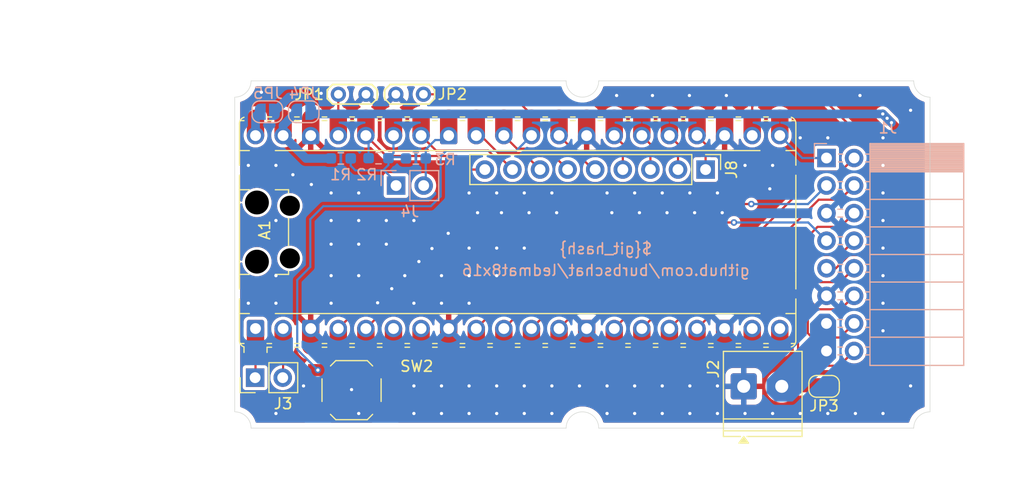
<source format=kicad_pcb>
(kicad_pcb (version 20241229) (generator "pcbnew") (generator_version "9.0")
  (layers (0 "F.Cu" signal) (2 "B.Cu" signal) (13 "F.Paste" user) (15 "B.Paste" user) (5 "F.SilkS" user "F.Silkscreen") (7 "B.SilkS" user "B.Silkscreen") (1 "F.Mask" user) (3 "B.Mask" user) (25 "Edge.Cuts" user))
  (net 0 "")
  (net 1 "GND")
  (net 2 "/LAT")
  (net 3 "/ROW1")
  (net 4 "Net-(A1-ADC_VREF)")
  (net 5 "/SOUT")
  (net 6 "/ROW3")
  (net 7 "+5V_EXT")
  (net 8 "/GPIO22")
  (net 9 "/GPIO18")
  (net 10 "/GPIO19")
  (net 11 "/PICO_RESET")
  (net 12 "/GPIO21")
  (net 13 "/ROW4")
  (net 14 "/ROW2")
  (net 15 "/ROW8")
  (net 16 "/MCU_RESET")
  (net 17 "/GPIO20")
  (net 18 "/SCLK")
  (net 19 "/GPIO28")
  (net 20 "/ROW7")
  (net 21 "/GPIO26")
  (net 22 "/UART_TX")
  (net 23 "/GPIO27")
  (net 24 "/ROW6")
  (net 25 "/GPIO15")
  (net 26 "/GPIO14")
  (net 27 "+3V3")
  (net 28 "/ROW5")
  (net 29 "/UART_RX")
  (net 30 "/BLANK")
  (net 31 "Net-(A1-AGND)")
  (net 32 "/GPIO4")
  (net 33 "/GPIO5")
  (net 34 "/VSYS")
  (net 35 "/GPIO4_1")
  (net 36 "/GPIO5_1")
  (net 37 "/VBUS")
  (net 38 "/POWER_BUS")
  (net 39 "/GPIO14_1")
  (net 40 "/GPIO15_1")
  (footprint "ledmat8x16:RaspberryPi_Pico_Common_ProbablySocketed" (layer "F.Cu") (at 151.39 69.584122 90)
    (property "Reference" "A1")
    (property "Value" "RaspberryPi_Pico")
  )
  (footprint "Connector_PinHeader_2.54mm:PinHeader_1x09_P2.54mm_Vertical" (layer "F.Cu") (at 168.69 63.824122 -90)
    (property "Reference" "J8")
    (property "Value" "Conn_01x09_Pin")
  )
  (footprint "Button_Switch_SMD:SW_SPST_SKQG_WithStem" (layer "F.Cu") (at 136.1 84.149999 180)
    (property "Reference" "SW2")
    (property "Value" "SW_Push")
  )
  (footprint "TestPoint:TestPoint_2Pads_Pitch2.54mm_Drill0.8mm" (layer "F.Cu") (at 140.177742 56.886917)
    (property "Reference" "JP2")
    (property "Value" "Jumper_2_Open")
  )
  (footprint "Jumper:SolderJumper-2_P1.3mm_Open_RoundedPad1.0x1.5mm" (layer "F.Cu") (at 179.6 83.799999 180)
    (property "Reference" "JP3")
    (property "Value" "Jumper_2_Open")
  )
  (footprint "Connector_PinHeader_2.54mm:PinHeader_1x02_P2.54mm_Vertical" (layer "F.Cu") (at 127.225 82.999999 90)
    (property "Reference" "J3")
    (property "Value" "Conn_01x02_Pin")
  )
  (footprint "TerminalBlock_Phoenix:TerminalBlock_Phoenix_PT-1,5-2-3.5-H_1x02_P3.50mm_Horizontal" (layer "F.Cu") (at 172.2 83.799999)
    (property "Reference" "J2")
    (property "Value" "Conn_01x02")
  )
  (footprint "TestPoint:TestPoint_2Pads_Pitch2.54mm_Drill0.8mm" (layer "F.Cu") (at 137.427742 56.886917 180)
    (property "Reference" "JP1")
    (property "Value" "Jumper_2_Open")
  )
  (footprint "Jumper:SolderJumper-2_P1.3mm_Open_RoundedPad1.0x1.5mm" (layer "B.Cu") (at 131.7 58.499999)
    (property "Reference" "JP4")
    (property "Value" "Jumper_2_Open")
  )
  (footprint "Jumper:SolderJumper-2_P1.3mm_Open_RoundedPad1.0x1.5mm" (layer "B.Cu") (at 128.35 58.499999)
    (property "Reference" "JP5")
    (property "Value" "Jumper_2_Open")
  )
  (footprint "Resistor_SMD:R_0603_1608Metric_Pad0.98x0.95mm_HandSolder" (layer "B.Cu") (at 142.02 62.799999)
    (property "Reference" "R3")
    (property "Value" "0")
  )
  (footprint "Resistor_SMD:R_0603_1608Metric_Pad0.98x0.95mm_HandSolder" (layer "B.Cu") (at 135.1125 62.799999)
    (property "Reference" "R1")
    (property "Value" "0")
  )
  (footprint "Connector_PinHeader_2.54mm:PinHeader_1x02_P2.54mm_Vertical" (layer "B.Cu") (at 140.2 65.299999 -90)
    (property "Reference" "J4")
    (property "Value" "Conn_01x02_Pin")
  )
  (footprint "Resistor_SMD:R_0603_1608Metric_Pad0.98x0.95mm_HandSolder" (layer "B.Cu") (at 138.5825 62.774122)
    (property "Reference" "R2")
    (property "Value" "0")
  )
  (footprint "Connector_PinSocket_2.54mm:PinSocket_2x08_P2.54mm_Horizontal" (layer "B.Cu") (at 179.82 62.76 180)
    (property "Reference" "J1")
    (property "Value" "Conn_02x08_Odd_Even")
  )
  (gr_arc (start 158.85 55.649999) (mid 158.410661 56.71066) (end 157.35 57.149999) (stroke (width 0.05)) (layer "Edge.Cuts"))
  (gr_line (start 125.35 86.149999) (end 125.35 57.149999) (stroke (width 0.05)) (layer "Edge.Cuts"))
  (gr_arc (start 157.349998 57.149999) (mid 156.289339 56.710658) (end 155.849998 55.649999) (stroke (width 0.05)) (layer "Edge.Cuts"))
  (gr_line (start 187.85 55.649999) (end 158.85 55.649999) (stroke (width 0.05)) (layer "Edge.Cuts"))
  (gr_line (start 155.85 87.649999) (end 126.85 87.649999) (stroke (width 0.05)) (layer "Edge.Cuts"))
  (gr_arc (start 126.85 55.649999) (mid 126.410661 56.71066) (end 125.35 57.149999) (stroke (width 0.05)) (layer "Edge.Cuts"))
  (gr_line (start 187.85 87.649999) (end 158.85 87.649999) (stroke (width 0.05)) (layer "Edge.Cuts"))
  (gr_arc (start 155.849999 87.649998) (mid 156.289339 86.589339) (end 157.349999 86.149998) (stroke (width 0.05)) (layer "Edge.Cuts"))
  (gr_arc (start 189.35 57.149999) (mid 188.28934 56.710659) (end 187.85 55.649999) (stroke (width 0.05)) (layer "Edge.Cuts"))
  (gr_arc (start 125.35 86.149999) (mid 126.410661 86.589339) (end 126.85 87.649999) (stroke (width 0.05)) (layer "Edge.Cuts"))
  (gr_line (start 189.35 57.149999) (end 189.35 86.149999) (stroke (width 0.05)) (layer "Edge.Cuts"))
  (gr_line (start 155.85 55.649999) (end 126.85 55.649999) (stroke (width 0.05)) (layer "Edge.Cuts"))
  (gr_arc (start 157.35 86.149999) (mid 158.410661 86.589339) (end 158.85 87.649999) (stroke (width 0.05)) (layer "Edge.Cuts"))
  (gr_arc (start 187.85 87.649999) (mid 188.28934 86.589339) (end 189.35 86.149999) (stroke (width 0.05)) (layer "Edge.Cuts"))
  (gr_text "github.com/burbschat/ledmat8x16" (at 159.5 73.699999 0) (layer "B.SilkS") (effects (font (size 1 1)) (justify bottom mirror)))
  (gr_text "${git_hash}" (at 159.5 71.699999 0) (layer "B.SilkS") (effects (font (size 1 1)) (justify bottom mirror)))
  (via (at 149.9 67.799999) (size 0.6) (drill 0.3) (layers "F.Cu" "B.Cu") (net 1))
  (via (at 126.6 63.439999) (size 0.6) (drill 0.3) (layers "F.Cu" "B.Cu") (net 1))
  (via (at 170.6 56.999999) (size 0.6) (drill 0.3) (layers "F.Cu" "B.Cu") (net 1))
  (via (at 159.62 65.979999) (size 0.6) (drill 0.3) (layers "F.Cu" "B.Cu") (net 1))
  (via (at 144.38 86.299999) (size 0.6) (drill 0.3) (layers "F.Cu" "B.Cu") (net 1))
  (via (at 136.76 70.699999) (size 0.6) (drill 0.3) (layers "F.Cu" "B.Cu") (net 1))
  (via (at 185.02 63.439999) (size 0.6) (drill 0.3) (layers "F.Cu" "B.Cu") (net 1))
  (via (at 162.16 83.759999) (size 0.6) (drill 0.3) (layers "F.Cu" "B.Cu") (net 1))
  (via (at 167.24 65.979999) (size 0.6) (drill 0.3) (layers "F.Cu" "B.Cu") (net 1))
  (via (at 136.76 65.979999) (size 0.6) (drill 0.3) (layers "F.Cu" "B.Cu") (net 1))
  (via (at 185.02 68.519999) (size 0.6) (drill 0.3) (layers "F.Cu" "B.Cu") (net 1))
  (via (at 149.46 65.979999) (size 0.6) (drill 0.3) (layers "F.Cu" "B.Cu") (net 1))
  (via (at 141.84 83.759999) (size 0.6) (drill 0.3) (layers "F.Cu" "B.Cu") (net 1))
  (via (at 160.06 67.799999) (size 0.6) (drill 0.3) (layers "F.Cu" "B.Cu") (net 1))
  (via (at 182.48 86.299999) (size 0.6) (drill 0.3) (layers "F.Cu" "B.Cu") (net 1))
  (via (at 172.32 86.299999) (size 0.6) (drill 0.3) (layers "F.Cu" "B.Cu") (net 1))
  (via (at 154.54 83.759999) (size 0.6) (drill 0.3) (layers "F.Cu" "B.Cu") (net 1))
  (via (at 139.3 70.699999) (size 0.6) (drill 0.3) (layers "F.Cu" "B.Cu") (net 1))
  (via (at 179.94 86.299999) (size 0.6) (drill 0.3) (layers "F.Cu" "B.Cu") (net 1))
  (via (at 129.14 76.139999) (size 0.6) (drill 0.3) (layers "F.Cu" "B.Cu") (net 1))
  (via (at 132.4 65.199999) (size 0.6) (drill 0.3) (layers "F.Cu" "B.Cu") (net 1))
  (via (at 185.02 76.139999) (size 0.6) (drill 0.3) (layers "F.Cu" "B.Cu") (net 1))
  (via (at 157.08 83.759999) (size 0.6) (drill 0.3) (layers "F.Cu" "B.Cu") (net 1))
  (via (at 146.92 73.599999) (size 0.6) (drill 0.3) (layers "F.Cu" "B.Cu") (net 1))
  (via (at 162.6 67.799999) (size 0.6) (drill 0.3) (layers "F.Cu" "B.Cu") (net 1))
  (via (at 185.02 60.899999) (size 0.6) (drill 0.3) (layers "F.Cu" "B.Cu") (net 1))
  (via (at 163.8 56.999999) (size 0.6) (drill 0.3) (layers "F.Cu" "B.Cu") (net 1))
  (via (at 154.98 67.799999) (size 0.6) (drill 0.3) (layers "F.Cu" "B.Cu") (net 1))
  (via (at 182.9 56.999999) (size 0.6) (drill 0.3) (layers "F.Cu" "B.Cu") (net 1))
  (via (at 136.76 86.299999) (size 0.6) (drill 0.3) (layers "F.Cu" "B.Cu") (net 1))
  (via (at 170.22 67.799999) (size 0.6) (drill 0.3) (layers "F.Cu" "B.Cu") (net 1))
  (via (at 141.84 86.299999) (size 0.6) (drill 0.3) (layers "F.Cu" "B.Cu") (net 1))
  (via (at 149.46 71.059999) (size 0.6) (drill 0.3) (layers "F.Cu" "B.Cu") (net 1))
  (via (at 162.16 86.299999) (size 0.6) (drill 0.3) (layers "F.Cu" "B.Cu") (net 1))
  (via (at 149.46 83.759999) (size 0.6) (drill 0.3) (layers "F.Cu" "B.Cu") (net 1))
  (via (at 139.3 68.519999) (size 0.6) (drill 0.3) (layers "F.Cu" "B.Cu") (net 1))
  (via (at 144.38 76.139999) (size 0.6) (drill 0.3) (layers "F.Cu" "B.Cu") (net 1))
  (via (at 141 73.599999) (size 0.6) (drill 0.3) (layers "F.Cu" "B.Cu") (net 1))
  (via (at 142.3 72.299999) (size 0.6) (drill 0.3) (layers "F.Cu" "B.Cu") (net 1))
  (via (at 134.22 73.599999) (size 0.6) (drill 0.3) (layers "F.Cu" "B.Cu") (net 1))
  (via (at 174.86 86.299999) (size 0.6) (drill 0.3) (layers "F.Cu" "B.Cu") (net 1))
  (via (at 145 69.699999) (size 0.6) (drill 0.3) (layers "F.Cu" "B.Cu") (net 1))
  (via (at 159.62 86.299999) (size 0.6) (drill 0.3) (layers "F.Cu" "B.Cu") (net 1))
  (via (at 152.44 67.799999) (size 0.6) (drill 0.3) (layers "F.Cu" "B.Cu") (net 1))
  (via (at 169.78 86.299999) (size 0.6) (drill 0.3) (layers "F.Cu" "B.Cu") (net 1))
  (via (at 136.76 73.599999) (size 0.6) (drill 0.3) (layers "F.Cu" "B.Cu") (net 1))
  (via (at 146.92 76.139999) (size 0.6) (drill 0.3) (layers "F.Cu" "B.Cu") (net 1))
  (via (at 126.6 76.139999) (size 0.6) (drill 0.3) (layers "F.Cu" "B.Cu") (net 1))
  (via (at 134.22 76.139999) (size 0.6) (drill 0.3) (layers "F.Cu" "B.Cu") (net 1))
  (via (at 146.92 65.979999) (size 0.6) (drill 0.3) (layers "F.Cu" "B.Cu") (net 1))
  (via (at 154.54 86.299999) (size 0.6) (drill 0.3) (layers "F.Cu" "B.Cu") (net 1))
  (via (at 152 83.759999) (size 0.6) (drill 0.3) (layers "F.Cu" "B.Cu") (net 1))
  (via (at 187.56 58.359999) (size 0.6) (drill 0.3) (layers "F.Cu" "B.Cu") (net 1))
  (via (at 144.38 73.599999) (size 0.6) (drill 0.3) (layers "F.Cu" "B.Cu") (net 1))
  (via (at 147.7 67.799999) (size 0.6) (drill 0.3) (layers "F.Cu" "B.Cu") (net 1))
  (via (at 185.02 65.979999) (size 0.6) (drill 0.3) (layers "F.Cu" "B.Cu") (net 1))
  (via (at 130.7 64.299999) (size 0.6) (drill 0.3) (layers "F.Cu" "B.Cu") (net 1))
  (via (at 144.38 83.759999) (size 0.6) (drill 0.3) (layers "F.Cu" "B.Cu") (net 1))
  (via (at 152 86.299999) (size 0.6) (drill 0.3) (layers "F.Cu" "B.Cu") (net 1))
  (via (at 129.14 73.599999) (size 0.6) (drill 0.3) (layers "F.Cu" "B.Cu") (net 1))
  (via (at 174.86 63.439999) (size 0.6) (drill 0.3) (layers "F.Cu" "B.Cu") (net 1))
  (via (at 152 65.979999) (size 0.6) (drill 0.3) (layers "F.Cu" "B.Cu") (net 1))
  (via (at 179.94 60.899999) (size 0.6) (drill 0.3) (layers "F.Cu" "B.Cu") (net 1))
  (via (at 149.46 86.299999) (size 0.6) (drill 0.3) (layers "F.Cu" "B.Cu") (net 1))
  (via (at 133.3 56.799999) (size 0.6) (drill 0.3) (layers "F.Cu" "B.Cu") (net 1))
  (via (at 136.76 68.519999) (size 0.6) (drill 0.3) (layers "F.Cu" "B.Cu") (net 1))
  (via (at 167.68 67.799999) (size 0.6) (drill 0.3) (layers "F.Cu" "B.Cu") (net 1))
  (via (at 167.24 83.759999) (size 0.6) (drill 0.3) (layers "F.Cu" "B.Cu") (net 1))
  (via (at 129.14 86.299999) (size 0.6) (drill 0.3) (layers "F.Cu" "B.Cu") (net 1))
  (via (at 169.78 65.979999) (size 0.6) (drill 0.3) (layers "F.Cu" "B.Cu") (net 1))
  (via (at 160.5 56.999999) (size 0.6) (drill 0.3) (layers "F.Cu" "B.Cu") (net 1))
  (via (at 172.32 63.439999) (size 0.6) (drill 0.3) (layers "F.Cu" "B.Cu") (net 1))
  (via (at 159.62 83.759999) (size 0.6) (drill 0.3) (layers "F.Cu" "B.Cu") (net 1))
  (via (at 139.8 74.799999) (size 0.6) (drill 0.3) (layers "F.Cu" "B.Cu") (net 1))
  (via (at 146.92 71.059999) (size 0.6) (drill 0.3) (layers "F.Cu" "B.Cu") (net 1))
  (via (at 169.78 83.759999) (size 0.6) (drill 0.3) (layers "F.Cu" "B.Cu") (net 1))
  (via (at 185.02 73.599999) (size 0.6) (drill 0.3) (layers "F.Cu" "B.Cu") (net 1))
  (via (at 134.22 70.699999) (size 0.6) (drill 0.3) (layers "F.Cu" "B.Cu") (net 1))
  (via (at 143.5 71.099999) (size 0.6) (drill 0.3) (layers "F.Cu" "B.Cu") (net 1))
  (via (at 185.02 78.679999) (size 0.6) (drill 0.3) (layers "F.Cu" "B.Cu") (net 1))
  (via (at 152 71.059999) (size 0.6) (drill 0.3) (layers "F.Cu" "B.Cu") (net 1))
  (via (at 164.7 83.759999) (size 0.6) (drill 0.3) (layers "F.Cu" "B.Cu") (net 1))
  (via (at 167.2 56.999999) (size 0.6) (drill 0.3) (layers "F.Cu" "B.Cu") (net 1))
  (via (at 146.92 86.299999) (size 0.6) (drill 0.3) (layers "F.Cu" "B.Cu") (net 1))
  (via (at 164.7 65.979999) (size 0.6) (drill 0.3) (layers "F.Cu" "B.Cu") (net 1))
  (via (at 141.84 68.519999) (size 0.6) (drill 0.3) (layers "F.Cu" "B.Cu") (net 1))
  (via (at 141.84 76.139999) (size 0.6) (drill 0.3) (layers "F.Cu" "B.Cu") (net 1))
  (via (at 149.46 73.599999) (size 0.6) (drill 0.3) (layers "F.Cu" "B.Cu") (net 1))
  (via (at 154.54 65.979999) (size 0.6) (drill 0.3) (layers "F.Cu" "B.Cu") (net 1))
  (via (at 136.1 84.099999) (size 0.6) (drill 0.3) (layers "F.Cu" "B.Cu") (net 1))
  (via (at 164.7 86.299999) (size 0.6) (drill 0.3) (layers "F.Cu" "B.Cu") (net 1))
  (via (at 167.24 86.299999) (size 0.6) (drill 0.3) (layers "F.Cu" "B.Cu") (net 1))
  (via (at 177.4 86.299999) (size 0.6) (drill 0.3) (layers "F.Cu" "B.Cu") (net 1))
  (via (at 129.14 63.439999) (size 0.6) (drill 0.3) (layers "F.Cu" "B.Cu") (net 1))
  (via (at 185.02 86.299999) (size 0.6) (drill 0.3) (layers "F.Cu" "B.Cu") (net 1))
  (via (at 162.16 65.979999) (size 0.6) (drill 0.3) (layers "F.Cu" "B.Cu") (net 1))
  (via (at 138.5 76.099999) (size 0.6) (drill 0.3) (layers "F.Cu" "B.Cu") (net 1))
  (via (at 127.8 56.699999) (size 0.6) (drill 0.3) (layers "F.Cu" "B.Cu") (net 1))
  (via (at 146.92 83.759999) (size 0.6) (drill 0.3) (layers "F.Cu" "B.Cu") (net 1))
  (via (at 174.6 65.599999) (size 0.6) (drill 0.3) (layers "F.Cu" "B.Cu") (net 1))
  (via (at 165.14 67.799999) (size 0.6) (drill 0.3) (layers "F.Cu" "B.Cu") (net 1))
  (via (at 187.56 83.759999) (size 0.6) (drill 0.3) (layers "F.Cu" "B.Cu") (net 1))
  (via (at 134.22 65.979999) (size 0.6) (drill 0.3) (layers "F.Cu" "B.Cu") (net 1))
  (via (at 129.14 68.519999) (size 0.6) (drill 0.3) (layers "F.Cu" "B.Cu") (net 1))
  (via (at 177.4 60.899999) (size 0.6) (drill 0.3) (layers "F.Cu" "B.Cu") (net 1))
  (via (at 131.68 83.759999) (size 0.6) (drill 0.3) (layers "F.Cu" "B.Cu") (net 1))
  (via (at 185.02 71.059999) (size 0.6) (drill 0.3) (layers "F.Cu" "B.Cu") (net 1))
  (via (at 134.22 68.519999) (size 0.6) (drill 0.3) (layers "F.Cu" "B.Cu") (net 1))
  (segment (start 172.98 59.894122) (end 172.98 58.019999) (width 0.2) (layer "F.Cu") (net 2))
  (segment (start 181.9 71.699999) (end 180.679999 72.92) (width 0.2) (layer "F.Cu") (net 2))
  (segment (start 179.5 57.299999) (end 183.9 61.699999) (width 0.2) (layer "F.Cu") (net 2))
  (segment (start 172.98 58.019999) (end 173.7 57.299999) (width 0.2) (layer "F.Cu") (net 2))
  (segment (start 183.9 70.999999) (end 183.2 71.699999) (width 0.2) (layer "F.Cu") (net 2))
  (segment (start 183.9 61.699999) (end 183.9 70.999999) (width 0.2) (layer "F.Cu") (net 2))
  (segment (start 173.7 57.299999) (end 179.5 57.299999) (width 0.2) (layer "F.Cu") (net 2))
  (segment (start 183.2 71.699999) (end 181.9 71.699999) (width 0.2) (layer "F.Cu") (net 2))
  (segment (start 180.679999 72.92) (end 179.82 72.92) (width 0.2) (layer "F.Cu") (net 2))
  (segment (start 181.000001 81.899999) (end 178.7 81.899999) (width 0.2) (layer "F.Cu") (net 3))
  (segment (start 177.2 80.399999) (end 177.2 77.899999) (width 0.2) (layer "F.Cu") (net 3))
  (segment (start 169.474123 76.899999) (end 167.9 78.474122) (width 0.2) (layer "F.Cu") (net 3))
  (segment (start 177.2 77.899999) (end 176.2 76.899999) (width 0.2) (layer "F.Cu") (net 3))
  (segment (start 178.7 81.899999) (end 177.2 80.399999) (width 0.2) (layer "F.Cu") (net 3))
  (segment (start 182.36 80.54) (end 181.000001 81.899999) (width 0.2) (layer "F.Cu") (net 3))
  (segment (start 176.2 76.899999) (end 169.474123 76.899999) (width 0.2) (layer "F.Cu") (net 3))
  (segment (start 139.495 62.774122) (end 139.96 62.309122) (width 0.2) (layer "B.Cu") (net 4))
  (segment (start 141.0575 62.674122) (end 139.595 62.674122) (width 0.2) (layer "B.Cu") (net 4))
  (segment (start 139.495 62.774122) (end 139.495 63.404999) (width 0.2) (layer "B.Cu") (net 4))
  (segment (start 139 63.899999) (end 136.45 63.899999) (width 0.2) (layer "B.Cu") (net 4))
  (segment (start 139.595 62.674122) (end 139.495 62.774122) (width 0.2) (layer "B.Cu") (net 4))
  (segment (start 136.025 63.474999) (end 136.45 63.899999) (width 0.2) (layer "B.Cu") (net 4))
  (segment (start 139.1 63.899999) (end 140.2 64.999999) (width 0.2) (layer "B.Cu") (net 4))
  (segment (start 139.96 62.309122) (end 139.96 60.694122) (width 0.2) (layer "B.Cu") (net 4))
  (segment (start 139.495 63.404999) (end 139 63.899999) (width 0.2) (layer "B.Cu") (net 4))
  (segment (start 141.1075 62.799999) (end 141.1075 62.724122) (width 0.2) (layer "B.Cu") (net 4))
  (segment (start 140.2 64.999999) (end 140.2 65.299999) (width 0.2) (layer "B.Cu") (net 4))
  (segment (start 139 63.899999) (end 139.1 63.899999) (width 0.2) (layer "B.Cu") (net 4))
  (segment (start 141.1075 62.724122) (end 141.0575 62.674122) (width 0.2) (layer "B.Cu") (net 4))
  (segment (start 136.025 63.474999) (end 136.025 62.799999) (width 0.2) (layer "B.Cu") (net 4))
  (segment (start 146.354123 66.999999) (end 172.9 66.999999) (width 0.2) (layer "F.Cu") (net 5))
  (segment (start 134.88 78.474122) (end 146.354123 66.999999) (width 0.2) (layer "F.Cu") (net 5))
  (via (at 172.9 66.999999) (size 0.6) (drill 0.3) (layers "F.Cu" "B.Cu") (net 5))
  (segment (start 179.82 65.3) (end 178.120001 66.999999) (width 0.2) (layer "B.Cu") (net 5))
  (segment (start 178.120001 66.999999) (end 172.9 66.999999) (width 0.2) (layer "B.Cu") (net 5))
  (segment (start 182.36 75.46) (end 181.120001 76.699999) (width 0.2) (layer "F.Cu") (net 6))
  (segment (start 166.194123 75.099999) (end 162.82 78.474122) (width 0.2) (layer "F.Cu") (net 6))
  (segment (start 177.5 75.099999) (end 166.194123 75.099999) (width 0.2) (layer "F.Cu") (net 6))
  (segment (start 181.120001 76.699999) (end 179.1 76.699999) (width 0.2) (layer "F.Cu") (net 6))
  (segment (start 179.1 76.699999) (end 177.5 75.099999) (width 0.2) (layer "F.Cu") (net 6))
  (segment (start 178.95 83.799999) (end 175.7 83.799999) (width 1.1) (layer "F.Cu") (net 7))
  (segment (start 155.2 60.694122) (end 158.33 63.824122) (width 0.2) (layer "F.Cu") (net 8))
  (segment (start 158.33 63.824122) (end 158.53 63.824122) (width 0.2) (layer "F.Cu") (net 8))
  (segment (start 155.2 60.694122) (end 155.2 59.894122) (width 0.2) (layer "F.Cu") (net 8))
  (segment (start 168.69 63.824122) (end 168.69 61.484122) (width 0.2) (layer "F.Cu") (net 9))
  (segment (start 168.69 61.484122) (end 167.9 60.694122) (width 0.2) (layer "F.Cu") (net 9))
  (segment (start 167.9 59.894122) (end 167.9 60.694122) (width 0.2) (layer "F.Cu") (net 9))
  (segment (start 166.15 63.824122) (end 166.15 61.484122) (width 0.2) (layer "F.Cu") (net 10))
  (segment (start 166.15 61.484122) (end 165.36 60.694122) (width 0.2) (layer "F.Cu") (net 10))
  (segment (start 165.36 59.894122) (end 165.36 60.694122) (width 0.2) (layer "F.Cu") (net 10))
  (segment (start 134.88 60.694122) (end 134.88 56.894659) (width 0.2) (layer "F.Cu") (net 11))
  (segment (start 134.88 56.894659) (end 134.887742 56.886917) (width 0.2) (layer "F.Cu") (net 11))
  (segment (start 134.87 60.684122) (end 134.88 60.694122) (width 0.2) (layer "F.Cu") (net 11))
  (segment (start 161.07 61.484122) (end 160.28 60.694122) (width 0.2) (layer "F.Cu") (net 12))
  (segment (start 161.07 63.824122) (end 161.07 61.484122) (width 0.2) (layer "F.Cu") (net 12))
  (segment (start 164.554123 74.199999) (end 160.28 78.474122) (width 0.2) (layer "F.Cu") (net 13))
  (segment (start 182.36 72.92) (end 181.080001 74.199999) (width 0.2) (layer "F.Cu") (net 13))
  (segment (start 181.080001 74.199999) (end 164.554123 74.199999) (width 0.2) (layer "F.Cu") (net 13))
  (segment (start 178.1 78.899999) (end 178.1 77.249999) (width 0.2) (layer "F.Cu") (net 14))
  (segment (start 182.36 78) (end 181.060001 79.299999) (width 0.2) (layer "F.Cu") (net 14))
  (segment (start 181.060001 79.299999) (end 178.5 79.299999) (width 0.2) (layer "F.Cu") (net 14))
  (segment (start 178.1 77.249999) (end 176.85 75.999999) (width 0.2) (layer "F.Cu") (net 14))
  (segment (start 176.85 75.999999) (end 167.834123 75.999999) (width 0.2) (layer "F.Cu") (net 14))
  (segment (start 178.5 79.299999) (end 178.1 78.899999) (width 0.2) (layer "F.Cu") (net 14))
  (segment (start 167.834123 75.999999) (end 165.36 78.474122) (width 0.2) (layer "F.Cu") (net 14))
  (segment (start 181.120001 63.999999) (end 179.2 63.999999) (width 0.2) (layer "F.Cu") (net 15))
  (segment (start 172.9 70.299999) (end 155.754123 70.299999) (width 0.2) (layer "F.Cu") (net 15))
  (segment (start 155.754123 70.299999) (end 147.58 78.474122) (width 0.2) (layer "F.Cu") (net 15))
  (segment (start 179.2 63.999999) (end 172.9 70.299999) (width 0.2) (layer "F.Cu") (net 15))
  (segment (start 182.36 62.76) (end 181.120001 63.999999) (width 0.2) (layer "F.Cu") (net 15))
  (segment (start 142.717742 56.886917) (end 150.786918 56.886917) (width 0.2) (layer "F.Cu") (net 16))
  (segment (start 133 82.299999) (end 139.2 82.299999) (width 0.2) (layer "F.Cu") (net 16))
  (segment (start 150.786918 56.886917) (end 152.66 58.759999) (width 0.2) (layer "F.Cu") (net 16))
  (segment (start 152.66 58.759999) (end 152.66 59.894122) (width 0.2) (layer "F.Cu") (net 16))
  (via (at 133 82.299999) (size 0.6) (drill 0.3) (layers "F.Cu" "B.Cu") (net 16))
  (segment (start 131.1 73.999999) (end 131.1 80.399999) (width 0.2) (layer "B.Cu") (net 16))
  (segment (start 152.66 60.694122) (end 151.254123 62.099999) (width 0.2) (layer "B.Cu") (net 16))
  (segment (start 144.3 66.299999) (end 143.4 67.199999) (width 0.2) (layer "B.Cu") (net 16))
  (segment (start 151.254123 62.099999) (end 144.8 62.099999) (width 0.2) (layer "B.Cu") (net 16))
  (segment (start 132.3 68.399999) (end 132.3 72.799999) (width 0.2) (layer "B.Cu") (net 16))
  (segment (start 131.1 80.399999) (end 133 82.299999) (width 0.2) (layer "B.Cu") (net 16))
  (segment (start 133.5 67.199999) (end 132.3 68.399999) (width 0.2) (layer "B.Cu") (net 16))
  (segment (start 132.3 72.799999) (end 131.1 73.999999) (width 0.2) (layer "B.Cu") (net 16))
  (segment (start 144.3 62.599999) (end 144.3 66.299999) (width 0.2) (layer "B.Cu") (net 16))
  (segment (start 143.4 67.199999) (end 133.5 67.199999) (width 0.2) (layer "B.Cu") (net 16))
  (segment (start 144.8 62.099999) (end 144.3 62.599999) (width 0.2) (layer "B.Cu") (net 16))
  (segment (start 163.61 63.824122) (end 163.61 61.484122) (width 0.2) (layer "F.Cu") (net 17))
  (segment (start 163.61 61.484122) (end 162.82 60.694122) (width 0.2) (layer "F.Cu") (net 17))
  (segment (start 147.194123 68.699999) (end 171.3 68.699999) (width 0.2) (layer "F.Cu") (net 18))
  (segment (start 137.42 78.474122) (end 147.194123 68.699999) (width 0.2) (layer "F.Cu") (net 18))
  (via (at 171.3 68.699999) (size 0.6) (drill 0.3) (layers "F.Cu" "B.Cu") (net 18))
  (segment (start 179.82 70.38) (end 178.139999 68.699999) (width 0.2) (layer "B.Cu") (net 18))
  (segment (start 178.139999 68.699999) (end 171.3 68.699999) (width 0.2) (layer "B.Cu") (net 18))
  (segment (start 143.88 62.074122) (end 142.5 60.694122) (width 0.2) (layer "F.Cu") (net 19))
  (segment (start 150.91 63.824122) (end 149.885877 62.799999) (width 0.2) (layer "F.Cu") (net 19))
  (segment (start 142.5 59.894122) (end 142.5 60.694122) (width 0.2) (layer "F.Cu") (net 19))
  (segment (start 148.674123 62.074122) (end 143.88 62.074122) (width 0.2) (layer "F.Cu") (net 19))
  (segment (start 149.885877 62.799999) (end 149.4 62.799999) (width 0.2) (layer "F.Cu") (net 19))
  (segment (start 149.4 62.799999) (end 148.674123 62.074122) (width 0.2) (layer "F.Cu") (net 19))
  (segment (start 179.1 66.599999) (end 174.4 71.299999) (width 0.2) (layer "F.Cu") (net 20))
  (segment (start 182.36 65.3) (end 181.060001 66.599999) (width 0.2) (layer "F.Cu") (net 20))
  (segment (start 181.060001 66.599999) (end 179.1 66.599999) (width 0.2) (layer "F.Cu") (net 20))
  (segment (start 157.294123 71.299999) (end 150.12 78.474122) (width 0.2) (layer "F.Cu") (net 20))
  (segment (start 174.4 71.299999) (end 157.294123 71.299999) (width 0.2) (layer "F.Cu") (net 20))
  (segment (start 150.12 59.894122) (end 150.12 60.694122) (width 0.2) (layer "F.Cu") (net 21))
  (segment (start 155.99 63.824122) (end 154.065877 61.899999) (width 0.2) (layer "F.Cu") (net 21))
  (segment (start 151.325877 61.899999) (end 150.12 60.694122) (width 0.2) (layer "F.Cu") (net 21))
  (segment (start 154.065877 61.899999) (end 151.325877 61.899999) (width 0.2) (layer "F.Cu") (net 21))
  (segment (start 127.26 82.964999) (end 127.225 82.999999) (width 0.2) (layer "F.Cu") (net 22))
  (segment (start 127.26 79.274122) (end 127.26 82.964999) (width 0.2) (layer "F.Cu") (net 22))
  (segment (start 147.58 59.894122) (end 147.58 60.694122) (width 0.2) (layer "F.Cu") (net 23))
  (segment (start 147.994123 60.694122) (end 147.58 60.694122) (width 0.2) (layer "F.Cu") (net 23))
  (segment (start 153.45 63.824122) (end 151.925877 62.299999) (width 0.2) (layer "F.Cu") (net 23))
  (segment (start 149.6 62.299999) (end 147.994123 60.694122) (width 0.2) (layer "F.Cu") (net 23))
  (segment (start 151.925877 62.299999) (end 149.6 62.299999) (width 0.2) (layer "F.Cu") (net 23))
  (segment (start 182.36 67.84) (end 181.100001 69.099999) (width 0.2) (layer "F.Cu") (net 24))
  (segment (start 179 69.099999) (end 175.8 72.299999) (width 0.2) (layer "F.Cu") (net 24))
  (segment (start 158.834123 72.299999) (end 152.66 78.474122) (width 0.2) (layer "F.Cu") (net 24))
  (segment (start 181.100001 69.099999) (end 179 69.099999) (width 0.2) (layer "F.Cu") (net 24))
  (segment (start 175.8 72.299999) (end 158.834123 72.299999) (width 0.2) (layer "F.Cu") (net 24))
  (segment (start 145.77 62.574122) (end 139.3 62.574122) (width 0.2) (layer "F.Cu") (net 27))
  (segment (start 148.37 63.824122) (end 147.02 63.824122) (width 0.2) (layer "F.Cu") (net 27))
  (segment (start 147.02 63.824122) (end 145.77 62.574122) (width 0.2) (layer "F.Cu") (net 27))
  (segment (start 139.3 62.574122) (end 137.42 60.694122) (width 0.2) (layer "F.Cu") (net 27))
  (segment (start 137.67 62.774122) (end 137.67 60.944122) (width 0.2) (layer "B.Cu") (net 27))
  (segment (start 137.67 60.944122) (end 137.42 60.694122) (width 0.2) (layer "B.Cu") (net 27))
  (segment (start 182.36 70.38) (end 181.040001 71.699999) (width 0.2) (layer "F.Cu") (net 28))
  (segment (start 181.040001 71.699999) (end 179 71.699999) (width 0.2) (layer "F.Cu") (net 28))
  (segment (start 179 71.699999) (end 177.4 73.299999) (width 0.2) (layer "F.Cu") (net 28))
  (segment (start 177.4 73.299999) (end 160.374123 73.299999) (width 0.2) (layer "F.Cu") (net 28))
  (segment (start 160.374123 73.299999) (end 155.2 78.474122) (width 0.2) (layer "F.Cu") (net 28))
  (segment (start 129.8 79.274122) (end 129.8 82.964999) (width 0.2) (layer "F.Cu") (net 29))
  (segment (start 129.8 82.964999) (end 129.765 82.999999) (width 0.2) (layer "F.Cu") (net 29))
  (segment (start 177.585878 62.76) (end 175.52 60.694122) (width 0.2) (layer "B.Cu") (net 30))
  (segment (start 179.82 62.76) (end 177.585878 62.76) (width 0.2) (layer "B.Cu") (net 30))
  (segment (start 142.74 64.999999) (end 142.74 65.299999) (width 0.2) (layer "B.Cu") (net 31))
  (segment (start 144.6325 61.101622) (end 145.04 60.694122) (width 0.2) (layer "B.Cu") (net 31))
  (segment (start 142.9325 61.967499) (end 143.798377 61.101622) (width 0.2) (layer "B.Cu") (net 31))
  (segment (start 142.9325 64.807499) (end 142.74 64.999999) (width 0.2) (layer "B.Cu") (net 31))
  (segment (start 143.798377 61.101622) (end 144.6325 61.101622) (width 0.2) (layer "B.Cu") (net 31))
  (segment (start 142.9325 62.799999) (end 142.9325 61.967499) (width 0.2) (layer "B.Cu") (net 31))
  (segment (start 142.9325 62.799999) (end 142.9325 64.807499) (width 0.2) (layer "B.Cu") (net 31))
  (segment (start 129.8 59.749999) (end 131.05 58.499999) (width 0.8) (layer "B.Cu") (net 34))
  (segment (start 131.905877 62.799999) (end 134.2 62.799999) (width 0.8) (layer "B.Cu") (net 34))
  (segment (start 129.8 60.694122) (end 131.905877 62.799999) (width 0.8) (layer "B.Cu") (net 34))
  (segment (start 129.8 60.694122) (end 129.8 59.749999) (width 0.8) (layer "B.Cu") (net 34))
  (segment (start 127.26 58.939999) (end 127.7 58.499999) (width 0.8) (layer "B.Cu") (net 37))
  (segment (start 127.26 60.694122) (end 127.26 58.939999) (width 0.8) (layer "B.Cu") (net 37))
  (segment (start 186.7 60.399999) (end 185 58.699999) (width 0.8) (layer "F.Cu") (net 38))
  (segment (start 183.9 83.799999) (end 186.7 80.999999) (width 0.8) (layer "F.Cu") (net 38))
  (segment (start 180.25 83.799999) (end 183.9 83.799999) (width 0.8) (layer "F.Cu") (net 38))
  (segment (start 186.7 80.999999) (end 186.7 60.399999) (width 0.8) (layer "F.Cu") (net 38))
  (via (at 185 58.699999) (size 0.6) (drill 0.3) (layers "F.Cu" "B.Cu") (net 38))
  (via (at 185.8 59.499999) (size 0.6) (drill 0.3) (layers "F.Cu" "B.Cu") (net 38))
  (via (at 185.4 59.099999) (size 0.6) (drill 0.3) (layers "F.Cu" "B.Cu") (net 38))
  (segment (start 130.356 57.143999) (end 129 58.499999) (width 0.8) (layer "B.Cu") (net 38))
  (segment (start 132.35 57.692983) (end 131.801016 57.143999) (width 0.8) (layer "B.Cu") (net 38))
  (segment (start 132.55 58.699999) (end 132.35 58.499999) (width 0.8) (layer "B.Cu") (net 38))
  (segment (start 185.8 59.499999) (end 185 58.699999) (width 0.8) (layer "B.Cu") (net 38))
  (segment (start 131.801016 57.143999) (end 130.356 57.143999) (width 0.8) (layer "B.Cu") (net 38))
  (segment (start 132.35 58.499999) (end 132.35 57.692983) (width 0.8) (layer "B.Cu") (net 38))
  (segment (start 185 58.699999) (end 132.55 58.699999) (width 0.8) (layer "B.Cu") (net 38))
  (zone (net 0) (net_name "") (layer "F.Cu") (connect_pads (clearance 0)) (min_thickness 0.25)
    (keepout (tracks allowed) (vias allowed) (pads allowed) (copperpour not_allowed) (footprints allowed))
    (fill (thermal_gap 0.5) (thermal_bridge_width 0.5))
    (polygon (pts (xy 178.97 63.999999) (xy 172.67 70.299999) (xy 155.7 70.299999) (xy 147.9 78.099999) (xy 147.9 80.199999) (xy 178 80.199999) (xy 179.4 81.599999) (xy 181.440001 81.599999) (xy 183.3 79.74) (xy 183.3 64.399999) (xy 182.9 63.999999)))
  )
  (zone (net 1) (net_name "GND") (layers "F.Cu" "B.Cu") (connect_pads (clearance 0.3)) (min_thickness 0.2) (fill yes (thermal_gap 0.5) (thermal_bridge_width 0.5))
    (polygon (pts (xy 120.5 48.199999) (xy 198 48.199999) (xy 198 93.199999) (xy 120.5 93.199999)))
  )
  (zone (net 7) (net_name "+5V_EXT") (layer "B.Cu") (priority 1) (connect_pads yes (clearance 0.3)) (min_thickness 0.25) (fill yes (thermal_gap 0.5) (thermal_bridge_width 0.5))
    (polygon (pts (xy 174.3 83.199999) (xy 178.3 79.199999) (xy 178.3 77.999999) (xy 179.2 77.099999) (xy 180.1 77.099999) (xy 180.7 77.699999) (xy 180.7 81.199999) (xy 176.7 85.199999) (xy 175.1 85.199999) (xy 174.3 84.399999)))
  )
)
</source>
